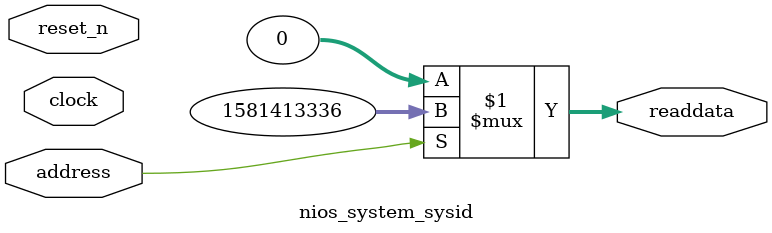
<source format=v>

`timescale 1ns / 1ps
// synthesis translate_on

// turn off superfluous verilog processor warnings 
// altera message_level Level1 
// altera message_off 10034 10035 10036 10037 10230 10240 10030 

module nios_system_sysid (
               // inputs:
                address,
                clock,
                reset_n,

               // outputs:
                readdata
             )
;

  output  [ 31: 0] readdata;
  input            address;
  input            clock;
  input            reset_n;

  wire    [ 31: 0] readdata;
  //control_slave, which is an e_avalon_slave
  assign readdata = address ? 1581413336 : 0;

endmodule




</source>
